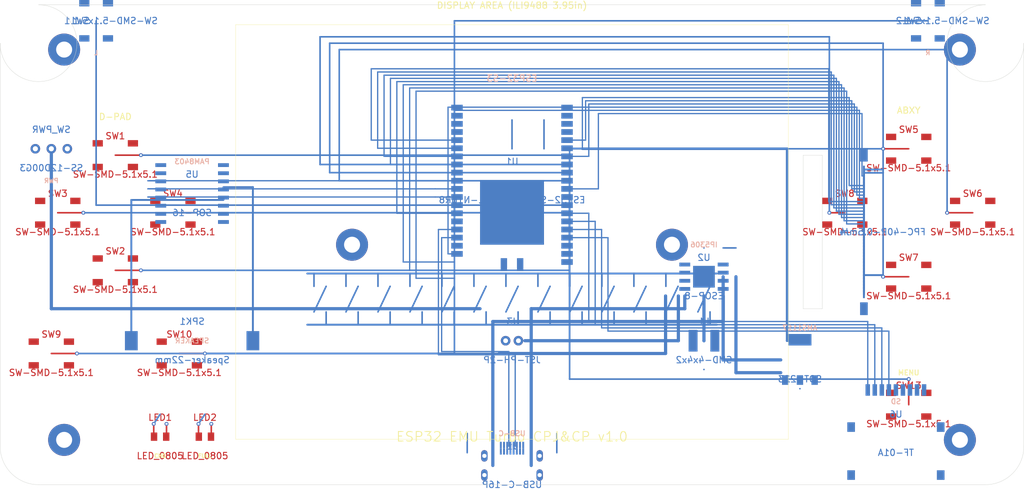
<source format=kicad_pcb>
(kicad_pcb (version 20240108) (generator "pcb_generator") (generator_version "2.0")
  (layers (0 "F.Cu" signal) (1 "In1.Cu" signal) (2 "In2.Cu" signal) (31 "B.Cu" signal) (34 "B.Paste" user) (35 "F.Paste" user) (36 "B.SilkS" user "B.Silkscreen") (37 "F.SilkS" user "F.Silkscreen") (38 "B.Mask" user "B.Mask") (39 "F.Mask" user "F.Mask") (44 "Edge.Cuts" user))
  (net 0 "")
  (net 1 "GND")
  (net 2 "VBUS")
  (net 3 "+5V")
  (net 4 "+3V3")
  (net 5 "BAT+")
  (net 6 "LCD_D0")
  (net 7 "LCD_D1")
  (net 8 "LCD_D2")
  (net 9 "LCD_D3")
  (net 10 "LCD_D4")
  (net 11 "LCD_D5")
  (net 12 "LCD_D6")
  (net 13 "LCD_D7")
  (net 14 "LCD_CS")
  (net 15 "LCD_RST")
  (net 16 "LCD_DC")
  (net 17 "LCD_WR")
  (net 18 "LCD_RD")
  (net 19 "LCD_BL")
  (net 20 "SD_MOSI")
  (net 21 "SD_MISO")
  (net 22 "SD_CLK")
  (net 23 "SD_CS")
  (net 24 "I2S_BCLK")
  (net 25 "I2S_LRCK")
  (net 26 "I2S_DOUT")
  (net 27 "BTN_UP")
  (net 28 "BTN_DOWN")
  (net 29 "BTN_LEFT")
  (net 30 "BTN_RIGHT")
  (net 31 "BTN_A")
  (net 32 "BTN_B")
  (net 33 "BTN_X")
  (net 34 "BTN_Y")
  (net 35 "BTN_START")
  (net 36 "BTN_SELECT")
  (net 37 "BTN_L")
  (net 38 "BTN_R")
  (net 39 "BTN_MENU")
  (net 40 "USB_D+")
  (net 41 "USB_D-")
  (net 42 "SPK+")
  (net 43 "SPK-")
  (net 44 "JOY_X")
  (net 45 "JOY_Y")
  (gr_line (start 6.0 0) (end 154.0 0) (stroke (width 0.05)) (layer "Edge.Cuts"))
  (gr_line (start 160.0 6.0) (end 160.0 69.0) (stroke (width 0.05)) (layer "Edge.Cuts"))
  (gr_line (start 154.0 75.0) (end 6.0 75.0) (stroke (width 0.05)) (layer "Edge.Cuts"))
  (gr_line (start 0 69.0) (end 0 6.0) (stroke (width 0.05)) (layer "Edge.Cuts"))
  (gr_arc (start 0 6.0) (mid 10.242640687119284 1.7573593128807143) (end 6.0 0) (stroke (width 0.05)) (layer "Edge.Cuts"))
  (gr_arc (start 154.0 0) (mid 158.2426406871193 10.242640687119284) (end 160.0 6.0) (stroke (width 0.05)) (layer "Edge.Cuts"))
  (gr_arc (start 160.0 69.0) (mid 158.2426406871193 73.24264068711929) (end 154.0 75.0) (stroke (width 0.05)) (layer "Edge.Cuts"))
  (gr_arc (start 6.0 75.0) (mid 1.7573593128807143 73.24264068711929) (end 0 69.0) (stroke (width 0.05)) (layer "Edge.Cuts"))
  (gr_line (start 125.5 23.5) (end 128.5 23.5) (stroke (width 0.05)) (layer "Edge.Cuts"))
  (gr_line (start 128.5 23.5) (end 128.5 47.5) (stroke (width 0.05)) (layer "Edge.Cuts"))
  (gr_line (start 128.5 47.5) (end 125.5 47.5) (stroke (width 0.05)) (layer "Edge.Cuts"))
  (gr_line (start 125.5 47.5) (end 125.5 23.5) (stroke (width 0.05)) (layer "Edge.Cuts"))
  (footprint "MountingHole:MountingHole_2.5mm" (at 10.0 7.0) (layer "F.Cu"))
  (footprint "MountingHole:MountingHole_2.5mm" (at 150.0 7.0) (layer "F.Cu"))
  (footprint "MountingHole:MountingHole_2.5mm" (at 10.0 68.0) (layer "F.Cu"))
  (footprint "MountingHole:MountingHole_2.5mm" (at 150.0 68.0) (layer "F.Cu"))
  (footprint "MountingHole:MountingHole_2.5mm" (at 55.0 37.5) (layer "F.Cu"))
  (footprint "MountingHole:MountingHole_2.5mm" (at 105.0 37.5) (layer "F.Cu"))
  (gr_line (start 36.8 3.1000000000000014) (end 123.2 3.1000000000000014) (stroke (width 0.05)) (layer "F.SilkS"))
  (gr_line (start 123.2 3.1000000000000014) (end 123.2 67.9) (stroke (width 0.05)) (layer "F.SilkS"))
  (gr_line (start 123.2 67.9) (end 36.8 67.9) (stroke (width 0.05)) (layer "F.SilkS"))
  (gr_line (start 36.8 67.9) (end 36.8 3.1000000000000014) (stroke (width 0.05)) (layer "F.SilkS"))
  (gr_text "DISPLAY AREA (ILI9488 3.95in)" (at 80.0 0.10000000000000142) (layer "F.SilkS") (effects (font (size 1.0 1.0))))
  (gr_text "ESP32 EMU Turbo CPJ&CP v1.0" (at 80.0 67.5) (layer "F.SilkS") (effects (font (size 1.5 1.5))))
  (gr_text "D-PAD" (at 18.0 17.5) (layer "F.SilkS") (effects (font (size 1.0 1.0))))
  (gr_text "ABXY" (at 142.0 16.5) (layer "F.SilkS") (effects (font (size 1.0 1.0))))
  (gr_text "MENU" (at 142.0 57.5) (layer "F.SilkS") (effects (font (size 0.8 0.8))))
  (gr_text "CHG" (at 25.0 70.5) (layer "F.SilkS") (effects (font (size 0.6 0.6))))
  (gr_text "FULL" (at 32.0 70.5) (layer "F.SilkS") (effects (font (size 0.6 0.6))))
  (gr_text "ESP32-S3" (at 80.0 11.5) (layer "B.SilkS") (effects (font (size 1.0 1.0)) (justify mirror)))
  (gr_text "IP5306" (at 110.0 37.5) (layer "B.SilkS") (effects (font (size 0.8 0.8)) (justify mirror)))
  (gr_text "AMS1117" (at 125.0 50.5) (layer "B.SilkS") (effects (font (size 0.8 0.8)) (justify mirror)))
  (gr_text "PAM8403" (at 30.0 24.5) (layer "B.SilkS") (effects (font (size 0.8 0.8)) (justify mirror)))
  (gr_text "USB-C" (at 80.0 67.0) (layer "B.SilkS") (effects (font (size 0.8 0.8)) (justify mirror)))
  (gr_text "SD" (at 140.0 62.0) (layer "B.SilkS") (effects (font (size 0.8 0.8)) (justify mirror)))
  (gr_text "PWR" (at 8.0 27.5) (layer "B.SilkS") (effects (font (size 0.7 0.7)) (justify mirror)))
  (gr_text "SPEAKER" (at 30.0 52.5) (layer "B.SilkS") (effects (font (size 0.8 0.8)) (justify mirror)))
  (gr_text "L" (at 15.0 7.5) (layer "B.SilkS") (effects (font (size 0.7 0.7)) (justify mirror)))
  (gr_text "R" (at 145.0 7.5) (layer "B.SilkS") (effects (font (size 0.7 0.7)) (justify mirror)))
  (footprint "SW-SMD-5.1x5.1" (at 18.0 23.5 0) (layer "F.Cu")
    (property "Reference" "SW1")
    (property "Value" "SW-SMD-5.1x5.1")
  )
  (footprint "SW-SMD-5.1x5.1" (at 18.0 41.5 0) (layer "F.Cu")
    (property "Reference" "SW2")
    (property "Value" "SW-SMD-5.1x5.1")
  )
  (footprint "SW-SMD-5.1x5.1" (at 9.0 32.5 0) (layer "F.Cu")
    (property "Reference" "SW3")
    (property "Value" "SW-SMD-5.1x5.1")
  )
  (footprint "SW-SMD-5.1x5.1" (at 27.0 32.5 0) (layer "F.Cu")
    (property "Reference" "SW4")
    (property "Value" "SW-SMD-5.1x5.1")
  )
  (footprint "SW-SMD-5.1x5.1" (at 142.0 22.5 0) (layer "F.Cu")
    (property "Reference" "SW5")
    (property "Value" "SW-SMD-5.1x5.1")
  )
  (footprint "SW-SMD-5.1x5.1" (at 152.0 32.5 0) (layer "F.Cu")
    (property "Reference" "SW6")
    (property "Value" "SW-SMD-5.1x5.1")
  )
  (footprint "SW-SMD-5.1x5.1" (at 142.0 42.5 0) (layer "F.Cu")
    (property "Reference" "SW7")
    (property "Value" "SW-SMD-5.1x5.1")
  )
  (footprint "SW-SMD-5.1x5.1" (at 132.0 32.5 0) (layer "F.Cu")
    (property "Reference" "SW8")
    (property "Value" "SW-SMD-5.1x5.1")
  )
  (footprint "SW-SMD-5.1x5.1" (at 8.0 54.5 0) (layer "F.Cu")
    (property "Reference" "SW9")
    (property "Value" "SW-SMD-5.1x5.1")
  )
  (footprint "SW-SMD-5.1x5.1" (at 28.0 54.5 0) (layer "F.Cu")
    (property "Reference" "SW10")
    (property "Value" "SW-SMD-5.1x5.1")
  )
  (footprint "SW-SMD-5.1x5.1" (at 142.0 62.5 0) (layer "F.Cu")
    (property "Reference" "SW13")
    (property "Value" "SW-SMD-5.1x5.1")
  )
  (footprint "LED_0805" (at 25.0 67.5 0) (layer "F.Cu")
    (property "Reference" "LED1")
    (property "Value" "LED_0805")
  )
  (footprint "LED_0805" (at 32.0 67.5 0) (layer "F.Cu")
    (property "Reference" "LED2")
    (property "Value" "LED_0805")
  )
  (footprint "ESP32-S3-WROOM-1-N16R8" (at 80.0 27.5 0) (layer "B.Cu")
    (property "Reference" "U1")
    (property "Value" "ESP32-S3-WROOM-1-N16R8")
  )
  (footprint "SW-SMD-5.1x5.1" (at 15.0 2.5 90) (layer "B.Cu")
    (property "Reference" "SW11")
    (property "Value" "SW-SMD-5.1x5.1")
  )
  (footprint "SW-SMD-5.1x5.1" (at 145.0 2.5 90) (layer "B.Cu")
    (property "Reference" "SW12")
    (property "Value" "SW-SMD-5.1x5.1")
  )
  (footprint "FPC-40P-0.5mm" (at 135.0 35.5 90) (layer "B.Cu")
    (property "Reference" "J4")
    (property "Value" "FPC-40P-0.5mm")
  )
  (footprint "USB-C-16P" (at 80.0 72.0 0) (layer "B.Cu")
    (property "Reference" "J1")
    (property "Value" "USB-C-16P")
  )
  (footprint "TF-01A" (at 140.0 67.0 0) (layer "B.Cu")
    (property "Reference" "U6")
    (property "Value" "TF-01A")
  )
  (footprint "SS-12D00G3" (at 8.0 22.5 0) (layer "B.Cu")
    (property "Reference" "SW_PWR")
    (property "Value" "SS-12D00G3")
  )
  (footprint "Speaker-22mm" (at 30.0 52.5 0) (layer "B.Cu")
    (property "Reference" "SPK1")
    (property "Value" "Speaker-22mm")
  )
  (footprint "ESOP-8" (at 110.0 42.5 0) (layer "B.Cu")
    (property "Reference" "U2")
    (property "Value" "ESOP-8")
  )
  (footprint "SOT-223" (at 125.0 55.5 0) (layer "B.Cu")
    (property "Reference" "U3")
    (property "Value" "SOT-223")
  )
  (footprint "SOP-16" (at 30.0 29.5 0) (layer "B.Cu")
    (property "Reference" "U5")
    (property "Value" "SOP-16")
  )
  (footprint "SMD-4x4x2" (at 110.0 52.5 0) (layer "B.Cu")
    (property "Reference" "L1")
    (property "Value" "SMD-4x4x2")
  )
  (footprint "JST-PH-2P" (at 80.0 52.5 0) (layer "B.Cu")
    (property "Reference" "J3")
    (property "Value" "JST-PH-2P")
  )
  (segment (start 83.0 72.0) (end 83.0 47.5) (width 0.5) (layer "B.Cu") (net 2))
  (segment (start 83.0 47.5) (end 107.0 47.5) (width 0.5) (layer "B.Cu") (net 2))
  (segment (start 107.0 47.5) (end 107.0 45.5) (width 0.5) (layer "B.Cu") (net 2))
  (segment (start 77.0 72.0) (end 77.0 49.5) (width 0.5) (layer "B.Cu") (net 1))
  (segment (start 77.0 49.5) (end 113.0 49.5) (width 0.5) (layer "B.Cu") (net 1))
  (segment (start 113.0 49.5) (end 113.0 45.5) (width 0.5) (layer "B.Cu") (net 1))
  (segment (start 110.0 45.5) (end 110.0 52.5) (width 0.5) (layer "B.Cu") (net 3))
  (segment (start 110.0 52.5) (end 110.0 52.5) (width 0.5) (layer "B.Cu") (net 3))
  (segment (start 113.0 42.5) (end 113.0 55.5) (width 0.5) (layer "B.Cu") (net 3))
  (segment (start 113.0 55.5) (end 122.0 55.5) (width 0.5) (layer "B.Cu") (net 3))
  (segment (start 115.0 42.5) (end 115.0 57.5) (width 0.5) (layer "B.Cu") (net 1))
  (segment (start 115.0 57.5) (end 122.0 57.5) (width 0.5) (layer "B.Cu") (net 1))
  (segment (start 125.0 52.5) (end 123.0 52.5) (width 0.4) (layer "B.Cu") (net 4))
  (segment (start 123.0 52.5) (end 123.0 22.5) (width 0.4) (layer "B.Cu") (net 4))
  (segment (start 123.0 22.5) (end 91.0 22.5) (width 0.4) (layer "B.Cu") (net 4))
  (segment (start 106.0 45.5) (end 106.0 52.5) (width 0.5) (layer "B.Cu") (net 5))
  (segment (start 106.0 52.5) (end 82.0 52.5) (width 0.5) (layer "B.Cu") (net 5))
  (segment (start 104.0 45.5) (end 104.0 54.5) (width 0.5) (layer "B.Cu") (net 1))
  (segment (start 104.0 54.5) (end 78.0 54.5) (width 0.5) (layer "B.Cu") (net 1))
  (segment (start 8.0 22.5) (end 8.0 47.5) (width 0.5) (layer "B.Cu") (net 5))
  (segment (start 8.0 47.5) (end 75.0 47.5) (width 0.5) (layer "B.Cu") (net 5))
  (segment (start 71.0 21.15) (end 58.0 21.15) (width 0.2) (layer "B.Cu") (net 6))
  (segment (start 58.0 21.15) (end 58.0 10.0) (width 0.2) (layer "B.Cu") (net 6))
  (segment (start 58.0 10.0) (end 129.5 10.0) (width 0.2) (layer "B.Cu") (net 6))
  (segment (start 129.5 10.0) (end 129.5 30.75) (width 0.2) (layer "B.Cu") (net 6))
  (segment (start 129.5 30.75) (end 135.0 30.75) (width 0.2) (layer "B.Cu") (net 6))
  (segment (start 71.0 22.42) (end 59.0 22.42) (width 0.2) (layer "B.Cu") (net 7))
  (segment (start 59.0 22.42) (end 59.0 10.5) (width 0.2) (layer "B.Cu") (net 7))
  (segment (start 59.0 10.5) (end 129.9 10.5) (width 0.2) (layer "B.Cu") (net 7))
  (segment (start 129.9 10.5) (end 129.9 31.25) (width 0.2) (layer "B.Cu") (net 7))
  (segment (start 129.9 31.25) (end 135.0 31.25) (width 0.2) (layer "B.Cu") (net 7))
  (segment (start 71.0 23.69) (end 60.0 23.69) (width 0.2) (layer "B.Cu") (net 8))
  (segment (start 60.0 23.69) (end 60.0 11.0) (width 0.2) (layer "B.Cu") (net 8))
  (segment (start 60.0 11.0) (end 130.3 11.0) (width 0.2) (layer "B.Cu") (net 8))
  (segment (start 130.3 11.0) (end 130.3 31.75) (width 0.2) (layer "B.Cu") (net 8))
  (segment (start 130.3 31.75) (end 135.0 31.75) (width 0.2) (layer "B.Cu") (net 8))
  (segment (start 71.0 24.96) (end 61.0 24.96) (width 0.2) (layer "B.Cu") (net 9))
  (segment (start 61.0 24.96) (end 61.0 11.5) (width 0.2) (layer "B.Cu") (net 9))
  (segment (start 61.0 11.5) (end 130.7 11.5) (width 0.2) (layer "B.Cu") (net 9))
  (segment (start 130.7 11.5) (end 130.7 32.25) (width 0.2) (layer "B.Cu") (net 9))
  (segment (start 130.7 32.25) (end 135.0 32.25) (width 0.2) (layer "B.Cu") (net 9))
  (segment (start 71.0 32.58) (end 62.0 32.58) (width 0.2) (layer "B.Cu") (net 10))
  (segment (start 62.0 32.58) (end 62.0 12.0) (width 0.2) (layer "B.Cu") (net 10))
  (segment (start 62.0 12.0) (end 131.1 12.0) (width 0.2) (layer "B.Cu") (net 10))
  (segment (start 131.1 12.0) (end 131.1 32.75) (width 0.2) (layer "B.Cu") (net 10))
  (segment (start 131.1 32.75) (end 135.0 32.75) (width 0.2) (layer "B.Cu") (net 10))
  (segment (start 71.0 40.2) (end 63.0 40.2) (width 0.2) (layer "B.Cu") (net 11))
  (segment (start 63.0 40.2) (end 63.0 12.5) (width 0.2) (layer "B.Cu") (net 11))
  (segment (start 63.0 12.5) (end 131.5 12.5) (width 0.2) (layer "B.Cu") (net 11))
  (segment (start 131.5 12.5) (end 131.5 33.25) (width 0.2) (layer "B.Cu") (net 11))
  (segment (start 131.5 33.25) (end 135.0 33.25) (width 0.2) (layer "B.Cu") (net 11))
  (segment (start 71.0 41.47) (end 64.0 41.47) (width 0.2) (layer "B.Cu") (net 12))
  (segment (start 64.0 41.47) (end 64.0 13.0) (width 0.2) (layer "B.Cu") (net 12))
  (segment (start 64.0 13.0) (end 131.9 13.0) (width 0.2) (layer "B.Cu") (net 12))
  (segment (start 131.9 13.0) (end 131.9 33.75) (width 0.2) (layer "B.Cu") (net 12))
  (segment (start 131.9 33.75) (end 135.0 33.75) (width 0.2) (layer "B.Cu") (net 12))
  (segment (start 71.0 42.74) (end 65.0 42.74) (width 0.2) (layer "B.Cu") (net 13))
  (segment (start 65.0 42.74) (end 65.0 13.5) (width 0.2) (layer "B.Cu") (net 13))
  (segment (start 65.0 13.5) (end 132.3 13.5) (width 0.2) (layer "B.Cu") (net 13))
  (segment (start 132.3 13.5) (end 132.3 34.25) (width 0.2) (layer "B.Cu") (net 13))
  (segment (start 132.3 34.25) (end 135.0 34.25) (width 0.2) (layer "B.Cu") (net 13))
  (segment (start 89.0 22.42) (end 91.0 22.42) (width 0.2) (layer "B.Cu") (net 15))
  (segment (start 91.0 22.42) (end 91.0 14.5) (width 0.2) (layer "B.Cu") (net 15))
  (segment (start 91.0 14.5) (end 132.7 14.5) (width 0.2) (layer "B.Cu") (net 15))
  (segment (start 132.7 14.5) (end 132.7 28.25) (width 0.2) (layer "B.Cu") (net 15))
  (segment (start 132.7 28.25) (end 135.0 28.25) (width 0.2) (layer "B.Cu") (net 15))
  (segment (start 89.0 21.15) (end 91.5 21.15) (width 0.2) (layer "B.Cu") (net 14))
  (segment (start 91.5 21.15) (end 91.5 15.0) (width 0.2) (layer "B.Cu") (net 14))
  (segment (start 91.5 15.0) (end 133.1 15.0) (width 0.2) (layer "B.Cu") (net 14))
  (segment (start 133.1 15.0) (end 133.1 28.75) (width 0.2) (layer "B.Cu") (net 14))
  (segment (start 133.1 28.75) (end 135.0 28.75) (width 0.2) (layer "B.Cu") (net 14))
  (segment (start 89.0 23.69) (end 92.0 23.69) (width 0.2) (layer "B.Cu") (net 16))
  (segment (start 92.0 23.69) (end 92.0 15.5) (width 0.2) (layer "B.Cu") (net 16))
  (segment (start 92.0 15.5) (end 133.5 15.5) (width 0.2) (layer "B.Cu") (net 16))
  (segment (start 133.5 15.5) (end 133.5 29.25) (width 0.2) (layer "B.Cu") (net 16))
  (segment (start 133.5 29.25) (end 135.0 29.25) (width 0.2) (layer "B.Cu") (net 16))
  (segment (start 71.0 38.93) (end 70.0 38.93) (width 0.2) (layer "B.Cu") (net 17))
  (segment (start 70.0 38.93) (end 70.0 16.0) (width 0.2) (layer "B.Cu") (net 17))
  (segment (start 70.0 16.0) (end 133.9 16.0) (width 0.2) (layer "B.Cu") (net 17))
  (segment (start 133.9 16.0) (end 133.9 29.75) (width 0.2) (layer "B.Cu") (net 17))
  (segment (start 133.9 29.75) (end 135.0 29.75) (width 0.2) (layer "B.Cu") (net 17))
  (segment (start 71.0 37.66) (end 71.0 37.66) (width 0.2) (layer "B.Cu") (net 18))
  (segment (start 71.0 37.66) (end 71.0 16.5) (width 0.2) (layer "B.Cu") (net 18))
  (segment (start 71.0 16.5) (end 134.3 16.5) (width 0.2) (layer "B.Cu") (net 18))
  (segment (start 134.3 16.5) (end 134.3 30.25) (width 0.2) (layer "B.Cu") (net 18))
  (segment (start 134.3 30.25) (end 135.0 30.25) (width 0.2) (layer "B.Cu") (net 18))
  (segment (start 89.0 28.77) (end 93.5 28.77) (width 0.2) (layer "B.Cu") (net 19))
  (segment (start 93.5 28.77) (end 93.5 17.0) (width 0.2) (layer "B.Cu") (net 19))
  (segment (start 93.5 17.0) (end 134.7 17.0) (width 0.2) (layer "B.Cu") (net 19))
  (segment (start 134.7 17.0) (end 134.7 26.75) (width 0.2) (layer "B.Cu") (net 19))
  (segment (start 134.7 26.75) (end 135.0 26.75) (width 0.2) (layer "B.Cu") (net 19))
  (segment (start 135.0 42.25) (end 138.0 42.25) (width 0.3) (layer "B.Cu") (net 4))
  (segment (start 135.0 25.75) (end 138.0 25.75) (width 0.3) (layer "B.Cu") (net 1))
  (segment (start 135.0 26.25) (end 138.0 26.25) (width 0.3) (layer "B.Cu") (net 1))
  (segment (start 89.0 32.58) (end 92.0 32.58) (width 0.2) (layer "B.Cu") (net 20))
  (segment (start 92.0 32.58) (end 92.0 49.5) (width 0.2) (layer "B.Cu") (net 20))
  (segment (start 92.0 49.5) (end 135.6 49.5) (width 0.2) (layer "B.Cu") (net 20))
  (segment (start 135.6 49.5) (end 135.6 60.2) (width 0.2) (layer "B.Cu") (net 20))
  (segment (start 89.0 33.85) (end 93.0 33.85) (width 0.2) (layer "B.Cu") (net 21))
  (segment (start 93.0 33.85) (end 93.0 50.0) (width 0.2) (layer "B.Cu") (net 21))
  (segment (start 93.0 50.0) (end 136.7 50.0) (width 0.2) (layer "B.Cu") (net 21))
  (segment (start 136.7 50.0) (end 136.7 60.2) (width 0.2) (layer "B.Cu") (net 21))
  (segment (start 89.0 35.12) (end 94.0 35.12) (width 0.2) (layer "B.Cu") (net 22))
  (segment (start 94.0 35.12) (end 94.0 50.5) (width 0.2) (layer "B.Cu") (net 22))
  (segment (start 94.0 50.5) (end 137.79999999999998 50.5) (width 0.2) (layer "B.Cu") (net 22))
  (segment (start 137.79999999999998 50.5) (end 137.79999999999998 60.2) (width 0.2) (layer "B.Cu") (net 22))
  (segment (start 89.0 36.39) (end 95.0 36.39) (width 0.2) (layer "B.Cu") (net 23))
  (segment (start 95.0 36.39) (end 95.0 51.0) (width 0.2) (layer "B.Cu") (net 23))
  (segment (start 95.0 51.0) (end 138.9 51.0) (width 0.2) (layer "B.Cu") (net 23))
  (segment (start 138.9 51.0) (end 138.9 60.2) (width 0.2) (layer "B.Cu") (net 23))
  (segment (start 71.0 27.5) (end 68.0 27.5) (width 0.2) (layer "B.Cu") (net 24))
  (segment (start 68.0 27.5) (end 23.1 27.5) (width 0.2) (layer "B.Cu") (net 24))
  (segment (start 23.1 27.5) (end 23.1 27.5) (width 0.2) (layer "B.Cu") (net 24))
  (segment (start 23.1 27.5) (end 25.1 27.5) (width 0.2) (layer "B.Cu") (net 24))
  (segment (start 71.0 28.77) (end 68.0 28.77) (width 0.2) (layer "B.Cu") (net 25))
  (segment (start 68.0 28.77) (end 23.1 28.77) (width 0.2) (layer "B.Cu") (net 25))
  (segment (start 23.1 28.77) (end 23.1 28.77) (width 0.2) (layer "B.Cu") (net 25))
  (segment (start 23.1 28.77) (end 25.1 28.77) (width 0.2) (layer "B.Cu") (net 25))
  (segment (start 71.0 30.04) (end 68.0 30.04) (width 0.2) (layer "B.Cu") (net 26))
  (segment (start 68.0 30.04) (end 23.1 30.04) (width 0.2) (layer "B.Cu") (net 26))
  (segment (start 23.1 30.04) (end 23.1 30.04) (width 0.2) (layer "B.Cu") (net 26))
  (segment (start 23.1 30.04) (end 25.1 30.04) (width 0.2) (layer "B.Cu") (net 26))
  (segment (start 34.9 28.5) (end 39.5 28.5) (width 0.3) (layer "B.Cu") (net 42))
  (segment (start 39.5 28.5) (end 39.5 52.5) (width 0.3) (layer "B.Cu") (net 42))
  (segment (start 34.9 30.5) (end 20.5 30.5) (width 0.3) (layer "B.Cu") (net 43))
  (segment (start 20.5 30.5) (end 20.5 52.5) (width 0.3) (layer "B.Cu") (net 43))
  (segment (start 79.5 69.0) (end 79.5 54.195) (width 0.2) (layer "B.Cu") (net 40))
  (segment (start 79.5 54.195) (end 69.0 54.195) (width 0.2) (layer "B.Cu") (net 40))
  (segment (start 69.0 54.195) (end 69.0 36.39) (width 0.2) (layer "B.Cu") (net 40))
  (segment (start 69.0 36.39) (end 71.0 36.39) (width 0.2) (layer "B.Cu") (net 40))
  (segment (start 80.5 69.0) (end 80.5 54.695) (width 0.2) (layer "B.Cu") (net 41))
  (segment (start 80.5 54.695) (end 68.5 54.695) (width 0.2) (layer "B.Cu") (net 41))
  (segment (start 68.5 54.695) (end 68.5 35.12) (width 0.2) (layer "B.Cu") (net 41))
  (segment (start 68.5 35.12) (end 71.0 35.12) (width 0.2) (layer "B.Cu") (net 41))
  (segment (start 73.0 67.0) (end 73.0 70.0) (width 0.25) (layer "B.Cu") (net 1))
  (segment (start 87.0 67.0) (end 87.0 70.0) (width 0.25) (layer "B.Cu") (net 1))
  (segment (start 18.0 23.5) (end 22.0 23.5) (width 0.25) (layer "F.Cu") (net 27))
  (via (at 22.0 23.5) (size 0.6) (drill 0.3) (layers "F.Cu" "B.Cu") (net 27))
  (segment (start 22.0 23.5) (end 89.0 23.5) (width 0.25) (layer "B.Cu") (net 27))
  (segment (start 89.0 23.5) (end 89.0 37.66) (width 0.25) (layer "B.Cu") (net 27))
  (segment (start 18.0 41.5) (end 22.0 41.5) (width 0.25) (layer "F.Cu") (net 28))
  (via (at 22.0 41.5) (size 0.6) (drill 0.3) (layers "F.Cu" "B.Cu") (net 28))
  (segment (start 22.0 41.5) (end 89.0 41.5) (width 0.25) (layer "B.Cu") (net 28))
  (segment (start 89.0 41.5) (end 89.0 38.93) (width 0.25) (layer "B.Cu") (net 28))
  (segment (start 9.0 32.5) (end 13.0 32.5) (width 0.25) (layer "F.Cu") (net 29))
  (via (at 13.0 32.5) (size 0.6) (drill 0.3) (layers "F.Cu" "B.Cu") (net 29))
  (segment (start 13.0 32.5) (end 89.0 32.5) (width 0.25) (layer "B.Cu") (net 29))
  (segment (start 89.0 32.5) (end 89.0 40.2) (width 0.25) (layer "B.Cu") (net 29))
  (segment (start 27.0 32.5) (end 31.0 32.5) (width 0.25) (layer "F.Cu") (net 30))
  (via (at 31.0 32.5) (size 0.6) (drill 0.3) (layers "F.Cu" "B.Cu") (net 30))
  (segment (start 31.0 32.5) (end 89.0 32.5) (width 0.25) (layer "B.Cu") (net 30))
  (segment (start 89.0 32.5) (end 89.0 42.74) (width 0.25) (layer "B.Cu") (net 30))
  (segment (start 142.0 22.5) (end 138.0 22.5) (width 0.25) (layer "F.Cu") (net 31))
  (via (at 138.0 22.5) (size 0.6) (drill 0.3) (layers "F.Cu" "B.Cu") (net 31))
  (segment (start 138.0 22.5) (end 89.0 22.5) (width 0.25) (layer "B.Cu") (net 31))
  (segment (start 89.0 22.5) (end 89.0 44.010000000000005) (width 0.25) (layer "B.Cu") (net 31))
  (segment (start 152.0 32.5) (end 148.0 32.5) (width 0.25) (layer "F.Cu") (net 32))
  (via (at 148.0 32.5) (size 0.6) (drill 0.3) (layers "F.Cu" "B.Cu") (net 32))
  (segment (start 148.0 32.5) (end 148.0 7.0) (width 0.25) (layer "B.Cu") (net 32))
  (segment (start 148.0 7.0) (end 53.0 7.0) (width 0.25) (layer "B.Cu") (net 32))
  (segment (start 53.0 7.0) (end 53.0 27.5) (width 0.25) (layer "B.Cu") (net 32))
  (segment (start 53.0 27.5) (end 89.0 27.5) (width 0.25) (layer "B.Cu") (net 32))
  (segment (start 142.0 42.5) (end 138.0 42.5) (width 0.25) (layer "F.Cu") (net 33))
  (via (at 138.0 42.5) (size 0.6) (drill 0.3) (layers "F.Cu" "B.Cu") (net 33))
  (segment (start 138.0 42.5) (end 138.0 6.0) (width 0.25) (layer "B.Cu") (net 33))
  (segment (start 138.0 6.0) (end 51.5 6.0) (width 0.25) (layer "B.Cu") (net 33))
  (segment (start 51.5 6.0) (end 51.5 26.23) (width 0.25) (layer "B.Cu") (net 33))
  (segment (start 51.5 26.23) (end 89.0 26.23) (width 0.25) (layer "B.Cu") (net 33))
  (segment (start 132.0 32.5) (end 129.6 32.5) (width 0.25) (layer "F.Cu") (net 34))
  (via (at 129.6 32.5) (size 0.6) (drill 0.3) (layers "F.Cu" "B.Cu") (net 34))
  (segment (start 129.6 32.5) (end 129.6 5.0) (width 0.25) (layer "B.Cu") (net 34))
  (segment (start 129.6 5.0) (end 50.0 5.0) (width 0.25) (layer "B.Cu") (net 34))
  (segment (start 50.0 5.0) (end 50.0 24.96) (width 0.25) (layer "B.Cu") (net 34))
  (segment (start 50.0 24.96) (end 89.0 24.96) (width 0.25) (layer "B.Cu") (net 34))
  (segment (start 8.0 54.5) (end 12.0 54.5) (width 0.25) (layer "F.Cu") (net 35))
  (via (at 12.0 54.5) (size 0.6) (drill 0.3) (layers "F.Cu" "B.Cu") (net 35))
  (segment (start 12.0 54.5) (end 71.0 54.5) (width 0.25) (layer "B.Cu") (net 35))
  (segment (start 71.0 54.5) (end 71.0 31.31) (width 0.25) (layer "B.Cu") (net 35))
  (segment (start 28.0 54.5) (end 32.0 54.5) (width 0.25) (layer "F.Cu") (net 36))
  (via (at 32.0 54.5) (size 0.6) (drill 0.3) (layers "F.Cu" "B.Cu") (net 36))
  (segment (start 32.0 54.5) (end 89.0 54.5) (width 0.25) (layer "B.Cu") (net 36))
  (segment (start 89.0 54.5) (end 89.0 30.04) (width 0.25) (layer "B.Cu") (net 36))
  (segment (start 142.0 62.5) (end 142.0 58.5) (width 0.25) (layer "F.Cu") (net 39))
  (via (at 142.0 58.5) (size 0.6) (drill 0.3) (layers "F.Cu" "B.Cu") (net 39))
  (segment (start 142.0 58.5) (end 89.0 58.5) (width 0.25) (layer "B.Cu") (net 39))
  (segment (start 89.0 58.5) (end 89.0 32.5) (width 0.25) (layer "B.Cu") (net 39))
  (segment (start 15.0 2.5) (end 15.0 31.31) (width 0.25) (layer "B.Cu") (net 37))
  (segment (start 15.0 31.31) (end 89.0 31.31) (width 0.25) (layer "B.Cu") (net 37))
  (segment (start 145.0 2.5) (end 71.0 2.5) (width 0.25) (layer "B.Cu") (net 38))
  (segment (start 71.0 2.5) (end 71.0 35.12) (width 0.25) (layer "B.Cu") (net 38))
  (segment (start 48 42) (end 112 42) (width 0.3) (layer "B.Cu") (net 4))
  (segment (start 49.05 44) (end 49.05 42) (width 0.25) (layer "B.Cu") (net 4))
  (segment (start 54.05 44) (end 54.05 42) (width 0.25) (layer "B.Cu") (net 4))
  (segment (start 59.05 44) (end 59.05 42) (width 0.25) (layer "B.Cu") (net 4))
  (segment (start 64.05 44) (end 64.05 42) (width 0.25) (layer "B.Cu") (net 4))
  (segment (start 69.05 44) (end 69.05 42) (width 0.25) (layer "B.Cu") (net 4))
  (segment (start 74.05 44) (end 74.05 42) (width 0.25) (layer "B.Cu") (net 4))
  (segment (start 79.05 44) (end 79.05 42) (width 0.25) (layer "B.Cu") (net 4))
  (segment (start 84.05 44) (end 84.05 42) (width 0.25) (layer "B.Cu") (net 4))
  (segment (start 89.05 44) (end 89.05 42) (width 0.25) (layer "B.Cu") (net 4))
  (segment (start 94.05 44) (end 94.05 42) (width 0.25) (layer "B.Cu") (net 4))
  (segment (start 99.05 44) (end 99.05 42) (width 0.25) (layer "B.Cu") (net 4))
  (segment (start 104.05 44) (end 104.05 42) (width 0.25) (layer "B.Cu") (net 4))
  (segment (start 109.05 44) (end 109.05 42) (width 0.25) (layer "B.Cu") (net 4))
  (segment (start 48 50) (end 112 50) (width 0.3) (layer "B.Cu") (net 1))
  (segment (start 50.95 48) (end 50.95 50) (width 0.25) (layer "B.Cu") (net 1))
  (segment (start 55.95 48) (end 55.95 50) (width 0.25) (layer "B.Cu") (net 1))
  (segment (start 60.95 48) (end 60.95 50) (width 0.25) (layer "B.Cu") (net 1))
  (segment (start 65.95 48) (end 65.95 50) (width 0.25) (layer "B.Cu") (net 1))
  (segment (start 70.95 48) (end 70.95 50) (width 0.25) (layer "B.Cu") (net 1))
  (segment (start 75.95 48) (end 75.95 50) (width 0.25) (layer "B.Cu") (net 1))
  (segment (start 80.95 48) (end 80.95 50) (width 0.25) (layer "B.Cu") (net 1))
  (segment (start 85.95 48) (end 85.95 50) (width 0.25) (layer "B.Cu") (net 1))
  (segment (start 90.95 48) (end 90.95 50) (width 0.25) (layer "B.Cu") (net 1))
  (segment (start 95.95 48) (end 95.95 50) (width 0.25) (layer "B.Cu") (net 1))
  (segment (start 100.95 48) (end 100.95 50) (width 0.25) (layer "B.Cu") (net 1))
  (segment (start 105.95 48) (end 105.95 50) (width 0.25) (layer "B.Cu") (net 1))
  (segment (start 110.95 48) (end 110.95 50) (width 0.25) (layer "B.Cu") (net 1))
  (segment (start 50.95 44) (end 49.05 48) (width 0.25) (layer "B.Cu") (net 0))
  (segment (start 55.95 44) (end 54.05 48) (width 0.25) (layer "B.Cu") (net 0))
  (segment (start 60.95 44) (end 59.05 48) (width 0.25) (layer "B.Cu") (net 0))
  (segment (start 65.95 44) (end 64.05 48) (width 0.25) (layer "B.Cu") (net 0))
  (segment (start 70.95 44) (end 69.05 48) (width 0.25) (layer "B.Cu") (net 0))
  (segment (start 75.95 44) (end 74.05 48) (width 0.25) (layer "B.Cu") (net 0))
  (segment (start 80.95 44) (end 79.05 48) (width 0.25) (layer "B.Cu") (net 0))
  (segment (start 85.95 44) (end 84.05 48) (width 0.25) (layer "B.Cu") (net 0))
  (segment (start 90.95 44) (end 89.05 48) (width 0.25) (layer "B.Cu") (net 0))
  (segment (start 95.95 44) (end 94.05 48) (width 0.25) (layer "B.Cu") (net 0))
  (segment (start 100.95 44) (end 99.05 48) (width 0.25) (layer "B.Cu") (net 0))
  (segment (start 105.95 44) (end 104.05 48) (width 0.25) (layer "B.Cu") (net 0))
  (segment (start 110.95 44) (end 109.05 48) (width 0.25) (layer "B.Cu") (net 0))
  (segment (start 80.0 18.0) (end 80.0 22.5) (width 0.25) (layer "B.Cu") (net 4))
  (segment (start 85.0 18.0) (end 85.0 22.5) (width 0.25) (layer "B.Cu") (net 1))
  (segment (start 110.0 38.0) (end 110.0 38.0) (width 0.25) (layer "B.Cu") (net 4))
  (segment (start 115.0 38.0) (end 113.0 38.0) (width 0.25) (layer "B.Cu") (net 3))
  (segment (start 125.0 50.0) (end 125.0 50.0) (width 0.25) (layer "B.Cu") (net 3))
  (segment (start 125.0 60.0) (end 125.0 60.0) (width 0.25) (layer "B.Cu") (net 4))
  (segment (start 110.0 57.0) (end 110.0 57.0) (width 0.25) (layer "B.Cu") (net 5))
  (segment (start 115.0 52.5) (end 115.0 52.5) (width 0.25) (layer "B.Cu") (net 1))
  (segment (start 24.0 67.5) (end 24.0 65.5) (width 0.25) (layer "F.Cu") (net 4))
  (via (at 24.0 65.5) (size 0.6) (drill 0.3) (layers "F.Cu" "B.Cu") (net 4))
  (segment (start 24.0 65.5) (end 25.0 64.0) (width 0.25) (layer "B.Cu") (net 4))
  (segment (start 26.0 67.5) (end 26.0 65.5) (width 0.25) (layer "F.Cu") (net 1))
  (via (at 26.0 65.5) (size 0.6) (drill 0.3) (layers "F.Cu" "B.Cu") (net 1))
  (segment (start 31.0 67.5) (end 31.0 65.5) (width 0.25) (layer "F.Cu") (net 4))
  (via (at 31.0 65.5) (size 0.6) (drill 0.3) (layers "F.Cu" "B.Cu") (net 4))
  (segment (start 31.0 65.5) (end 32.0 64.0) (width 0.25) (layer "B.Cu") (net 4))
  (segment (start 33.0 67.5) (end 33.0 65.5) (width 0.25) (layer "F.Cu") (net 1))
  (via (at 33.0 65.5) (size 0.6) (drill 0.3) (layers "F.Cu" "B.Cu") (net 1))
)
</source>
